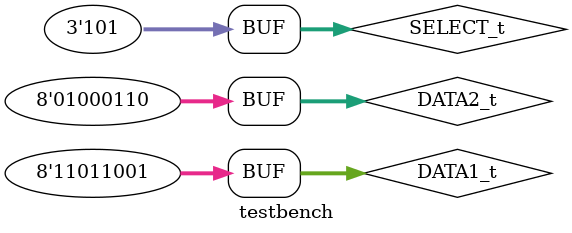
<source format=v>
module testbench;
	
	//create registers for DATA1 and DATA2 for hich can holds 8 bit binary
	reg [7:0] DATA1_t, DATA2_t;
	//create 3 bit register to holds ALU OP code
	reg [2:0] SELECT_t;
	//create 8 wires which can output 8 bit binary
	wire [7:0] RESULT_t;

	//create alu model to test
	alu test (DATA1_t, DATA2_t, RESULT_t, SELECT_t);


	initial
	begin
		//monitor how signal vary with time
		$monitor($time, "   DATA1: %b DATA2: %b ALUOP: %b RESULT: %b\n", DATA1_t, DATA2_t, SELECT_t, RESULT_t);
		
		//generate files needed to plot using GTKWave
		$dumpfile("wavedata.vcd");
		$dumpvars(0, testbench);

	end




	initial
	begin
		//add operation (0001 0000) + (0000 0111) = result
		DATA1_t = 8'b0001_0001;	
		DATA2_t = 8'b0000_0011;
		SELECT_t = 3'b001;

		#10
		//mov operation (0100 1111) to result
		DATA1_t = 8'b0000_0000;	
		DATA2_t = 8'b0100_1111;
		SELECT_t = 3'b000;

		#10
		//bitwise and operation (1111_1111) && (0101_1001) = result
		DATA1_t = 8'b0101_1001;	
		DATA2_t = 8'b1111_1111;
		SELECT_t = 3'b010;

		#10
		//bitwise or operation (1111_1111) || (0101_1001) = result
		DATA1_t = 8'b0101_1001;	
		DATA2_t = 8'b0110_0110;
		SELECT_t = 3'b011;

		#10
		//not implemented operations, result is always zero
		DATA1_t = 8'b1101_1001;	
		DATA2_t = 8'b0100_0110;
		SELECT_t = 3'b101;		

	end


endmodule


</source>
